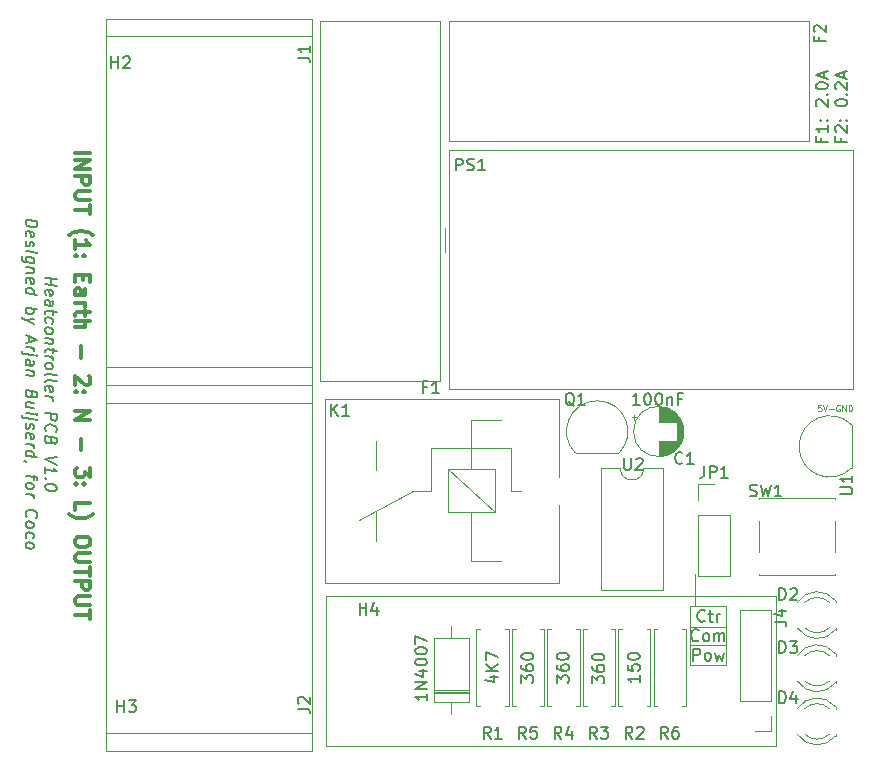
<source format=gto>
G04 #@! TF.GenerationSoftware,KiCad,Pcbnew,(5.1.5)-3*
G04 #@! TF.CreationDate,2020-11-02T17:07:13+01:00*
G04 #@! TF.ProjectId,Heat Controller,48656174-2043-46f6-9e74-726f6c6c6572,rev?*
G04 #@! TF.SameCoordinates,Original*
G04 #@! TF.FileFunction,Legend,Top*
G04 #@! TF.FilePolarity,Positive*
%FSLAX46Y46*%
G04 Gerber Fmt 4.6, Leading zero omitted, Abs format (unit mm)*
G04 Created by KiCad (PCBNEW (5.1.5)-3) date 2020-11-02 17:07:13*
%MOMM*%
%LPD*%
G04 APERTURE LIST*
%ADD10C,0.125000*%
%ADD11C,0.150000*%
%ADD12C,0.300000*%
%ADD13C,0.120000*%
G04 APERTURE END LIST*
D10*
X177083333Y-105726190D02*
X176845238Y-105726190D01*
X176821428Y-105964285D01*
X176845238Y-105940476D01*
X176892857Y-105916666D01*
X177011904Y-105916666D01*
X177059523Y-105940476D01*
X177083333Y-105964285D01*
X177107142Y-106011904D01*
X177107142Y-106130952D01*
X177083333Y-106178571D01*
X177059523Y-106202380D01*
X177011904Y-106226190D01*
X176892857Y-106226190D01*
X176845238Y-106202380D01*
X176821428Y-106178571D01*
X177250000Y-105726190D02*
X177416666Y-106226190D01*
X177583333Y-105726190D01*
X177750000Y-106035714D02*
X178130952Y-106035714D01*
X178630952Y-105750000D02*
X178583333Y-105726190D01*
X178511904Y-105726190D01*
X178440476Y-105750000D01*
X178392857Y-105797619D01*
X178369047Y-105845238D01*
X178345238Y-105940476D01*
X178345238Y-106011904D01*
X178369047Y-106107142D01*
X178392857Y-106154761D01*
X178440476Y-106202380D01*
X178511904Y-106226190D01*
X178559523Y-106226190D01*
X178630952Y-106202380D01*
X178654761Y-106178571D01*
X178654761Y-106011904D01*
X178559523Y-106011904D01*
X178869047Y-106226190D02*
X178869047Y-105726190D01*
X179154761Y-106226190D01*
X179154761Y-105726190D01*
X179392857Y-106226190D02*
X179392857Y-105726190D01*
X179511904Y-105726190D01*
X179583333Y-105750000D01*
X179630952Y-105797619D01*
X179654761Y-105845238D01*
X179678571Y-105940476D01*
X179678571Y-106011904D01*
X179654761Y-106107142D01*
X179630952Y-106154761D01*
X179583333Y-106202380D01*
X179511904Y-106226190D01*
X179392857Y-106226190D01*
D11*
X111372619Y-94923824D02*
X112372619Y-95048824D01*
X111896428Y-94989300D02*
X111896428Y-95560729D01*
X111372619Y-95495252D02*
X112372619Y-95620252D01*
X111420238Y-96358348D02*
X111372619Y-96257157D01*
X111372619Y-96066681D01*
X111420238Y-95977395D01*
X111515476Y-95941681D01*
X111896428Y-95989300D01*
X111991666Y-96048824D01*
X112039285Y-96150014D01*
X112039285Y-96340491D01*
X111991666Y-96429776D01*
X111896428Y-96465491D01*
X111801190Y-96453586D01*
X111705952Y-95965491D01*
X111372619Y-97257157D02*
X111896428Y-97322633D01*
X111991666Y-97286919D01*
X112039285Y-97197633D01*
X112039285Y-97007157D01*
X111991666Y-96905967D01*
X111420238Y-97263110D02*
X111372619Y-97161919D01*
X111372619Y-96923824D01*
X111420238Y-96834538D01*
X111515476Y-96798824D01*
X111610714Y-96810729D01*
X111705952Y-96870252D01*
X111753571Y-96971443D01*
X111753571Y-97209538D01*
X111801190Y-97310729D01*
X112039285Y-97673824D02*
X112039285Y-98054776D01*
X112372619Y-97858348D02*
X111515476Y-97751205D01*
X111420238Y-97786919D01*
X111372619Y-97876205D01*
X111372619Y-97971443D01*
X111420238Y-98739300D02*
X111372619Y-98638110D01*
X111372619Y-98447633D01*
X111420238Y-98358348D01*
X111467857Y-98316681D01*
X111563095Y-98280967D01*
X111848809Y-98316681D01*
X111944047Y-98376205D01*
X111991666Y-98429776D01*
X112039285Y-98530967D01*
X112039285Y-98721443D01*
X111991666Y-98810729D01*
X111372619Y-99304776D02*
X111420238Y-99215491D01*
X111467857Y-99173824D01*
X111563095Y-99138110D01*
X111848809Y-99173824D01*
X111944047Y-99233348D01*
X111991666Y-99286919D01*
X112039285Y-99388110D01*
X112039285Y-99530967D01*
X111991666Y-99620252D01*
X111944047Y-99661919D01*
X111848809Y-99697633D01*
X111563095Y-99661919D01*
X111467857Y-99602395D01*
X111420238Y-99548824D01*
X111372619Y-99447633D01*
X111372619Y-99304776D01*
X112039285Y-100150014D02*
X111372619Y-100066681D01*
X111944047Y-100138110D02*
X111991666Y-100191681D01*
X112039285Y-100292872D01*
X112039285Y-100435729D01*
X111991666Y-100525014D01*
X111896428Y-100560729D01*
X111372619Y-100495252D01*
X112039285Y-100911919D02*
X112039285Y-101292872D01*
X112372619Y-101096443D02*
X111515476Y-100989300D01*
X111420238Y-101025014D01*
X111372619Y-101114300D01*
X111372619Y-101209538D01*
X111372619Y-101542872D02*
X112039285Y-101626205D01*
X111848809Y-101602395D02*
X111944047Y-101661919D01*
X111991666Y-101715491D01*
X112039285Y-101816681D01*
X112039285Y-101911919D01*
X111372619Y-102304776D02*
X111420238Y-102215491D01*
X111467857Y-102173824D01*
X111563095Y-102138110D01*
X111848809Y-102173824D01*
X111944047Y-102233348D01*
X111991666Y-102286919D01*
X112039285Y-102388110D01*
X112039285Y-102530967D01*
X111991666Y-102620252D01*
X111944047Y-102661919D01*
X111848809Y-102697633D01*
X111563095Y-102661919D01*
X111467857Y-102602395D01*
X111420238Y-102548824D01*
X111372619Y-102447633D01*
X111372619Y-102304776D01*
X111372619Y-103209538D02*
X111420238Y-103120252D01*
X111515476Y-103084538D01*
X112372619Y-103191681D01*
X111372619Y-103733348D02*
X111420238Y-103644062D01*
X111515476Y-103608348D01*
X112372619Y-103715491D01*
X111420238Y-104501205D02*
X111372619Y-104400014D01*
X111372619Y-104209538D01*
X111420238Y-104120252D01*
X111515476Y-104084538D01*
X111896428Y-104132157D01*
X111991666Y-104191681D01*
X112039285Y-104292872D01*
X112039285Y-104483348D01*
X111991666Y-104572633D01*
X111896428Y-104608348D01*
X111801190Y-104596443D01*
X111705952Y-104108348D01*
X111372619Y-104971443D02*
X112039285Y-105054776D01*
X111848809Y-105030967D02*
X111944047Y-105090491D01*
X111991666Y-105144062D01*
X112039285Y-105245252D01*
X112039285Y-105340491D01*
X111372619Y-106352395D02*
X112372619Y-106477395D01*
X112372619Y-106858348D01*
X112325000Y-106947633D01*
X112277380Y-106989300D01*
X112182142Y-107025014D01*
X112039285Y-107007157D01*
X111944047Y-106947633D01*
X111896428Y-106894062D01*
X111848809Y-106792872D01*
X111848809Y-106411919D01*
X111467857Y-107935729D02*
X111420238Y-107882157D01*
X111372619Y-107733348D01*
X111372619Y-107638110D01*
X111420238Y-107501205D01*
X111515476Y-107417872D01*
X111610714Y-107382157D01*
X111801190Y-107358348D01*
X111944047Y-107376205D01*
X112134523Y-107447633D01*
X112229761Y-107507157D01*
X112325000Y-107614300D01*
X112372619Y-107763110D01*
X112372619Y-107858348D01*
X112325000Y-107995252D01*
X112277380Y-108036919D01*
X111896428Y-108751205D02*
X111848809Y-108888110D01*
X111801190Y-108929776D01*
X111705952Y-108965491D01*
X111563095Y-108947633D01*
X111467857Y-108888110D01*
X111420238Y-108834538D01*
X111372619Y-108733348D01*
X111372619Y-108352395D01*
X112372619Y-108477395D01*
X112372619Y-108810729D01*
X112325000Y-108900014D01*
X112277380Y-108941681D01*
X112182142Y-108977395D01*
X112086904Y-108965491D01*
X111991666Y-108905967D01*
X111944047Y-108852395D01*
X111896428Y-108751205D01*
X111896428Y-108417872D01*
X112372619Y-110096443D02*
X111372619Y-110304776D01*
X112372619Y-110763110D01*
X111372619Y-111495252D02*
X111372619Y-110923824D01*
X111372619Y-111209538D02*
X112372619Y-111334538D01*
X112229761Y-111221443D01*
X112134523Y-111114300D01*
X112086904Y-111013110D01*
X111467857Y-111935729D02*
X111420238Y-111977395D01*
X111372619Y-111923824D01*
X111420238Y-111882157D01*
X111467857Y-111935729D01*
X111372619Y-111923824D01*
X112372619Y-112715491D02*
X112372619Y-112810729D01*
X112325000Y-112900014D01*
X112277380Y-112941681D01*
X112182142Y-112977395D01*
X111991666Y-113001205D01*
X111753571Y-112971443D01*
X111563095Y-112900014D01*
X111467857Y-112840491D01*
X111420238Y-112786919D01*
X111372619Y-112685729D01*
X111372619Y-112590491D01*
X111420238Y-112501205D01*
X111467857Y-112459538D01*
X111563095Y-112423824D01*
X111753571Y-112400014D01*
X111991666Y-112429776D01*
X112182142Y-112501205D01*
X112277380Y-112560729D01*
X112325000Y-112614300D01*
X112372619Y-112715491D01*
X109722619Y-90019062D02*
X110722619Y-90144062D01*
X110722619Y-90382157D01*
X110675000Y-90519062D01*
X110579761Y-90602395D01*
X110484523Y-90638110D01*
X110294047Y-90661919D01*
X110151190Y-90644062D01*
X109960714Y-90572633D01*
X109865476Y-90513110D01*
X109770238Y-90405967D01*
X109722619Y-90257157D01*
X109722619Y-90019062D01*
X109770238Y-91405967D02*
X109722619Y-91304776D01*
X109722619Y-91114300D01*
X109770238Y-91025014D01*
X109865476Y-90989300D01*
X110246428Y-91036919D01*
X110341666Y-91096443D01*
X110389285Y-91197633D01*
X110389285Y-91388110D01*
X110341666Y-91477395D01*
X110246428Y-91513110D01*
X110151190Y-91501205D01*
X110055952Y-91013110D01*
X109770238Y-91834538D02*
X109722619Y-91923824D01*
X109722619Y-92114300D01*
X109770238Y-92215491D01*
X109865476Y-92275014D01*
X109913095Y-92280967D01*
X110008333Y-92245252D01*
X110055952Y-92155967D01*
X110055952Y-92013110D01*
X110103571Y-91923824D01*
X110198809Y-91888110D01*
X110246428Y-91894062D01*
X110341666Y-91953586D01*
X110389285Y-92054776D01*
X110389285Y-92197633D01*
X110341666Y-92286919D01*
X109722619Y-92685729D02*
X110389285Y-92769062D01*
X110722619Y-92810729D02*
X110675000Y-92757157D01*
X110627380Y-92798824D01*
X110675000Y-92852395D01*
X110722619Y-92810729D01*
X110627380Y-92798824D01*
X110389285Y-93673824D02*
X109579761Y-93572633D01*
X109484523Y-93513110D01*
X109436904Y-93459538D01*
X109389285Y-93358348D01*
X109389285Y-93215491D01*
X109436904Y-93126205D01*
X109770238Y-93596443D02*
X109722619Y-93495252D01*
X109722619Y-93304776D01*
X109770238Y-93215491D01*
X109817857Y-93173824D01*
X109913095Y-93138110D01*
X110198809Y-93173824D01*
X110294047Y-93233348D01*
X110341666Y-93286919D01*
X110389285Y-93388110D01*
X110389285Y-93578586D01*
X110341666Y-93667872D01*
X110389285Y-94150014D02*
X109722619Y-94066681D01*
X110294047Y-94138110D02*
X110341666Y-94191681D01*
X110389285Y-94292872D01*
X110389285Y-94435729D01*
X110341666Y-94525014D01*
X110246428Y-94560729D01*
X109722619Y-94495252D01*
X109770238Y-95358348D02*
X109722619Y-95257157D01*
X109722619Y-95066681D01*
X109770238Y-94977395D01*
X109865476Y-94941681D01*
X110246428Y-94989300D01*
X110341666Y-95048824D01*
X110389285Y-95150014D01*
X110389285Y-95340491D01*
X110341666Y-95429776D01*
X110246428Y-95465491D01*
X110151190Y-95453586D01*
X110055952Y-94965491D01*
X109722619Y-96257157D02*
X110722619Y-96382157D01*
X109770238Y-96263110D02*
X109722619Y-96161919D01*
X109722619Y-95971443D01*
X109770238Y-95882157D01*
X109817857Y-95840491D01*
X109913095Y-95804776D01*
X110198809Y-95840491D01*
X110294047Y-95900014D01*
X110341666Y-95953586D01*
X110389285Y-96054776D01*
X110389285Y-96245252D01*
X110341666Y-96334538D01*
X109722619Y-97495252D02*
X110722619Y-97620252D01*
X110341666Y-97572633D02*
X110389285Y-97673824D01*
X110389285Y-97864300D01*
X110341666Y-97953586D01*
X110294047Y-97995252D01*
X110198809Y-98030967D01*
X109913095Y-97995252D01*
X109817857Y-97935729D01*
X109770238Y-97882157D01*
X109722619Y-97780967D01*
X109722619Y-97590491D01*
X109770238Y-97501205D01*
X110389285Y-98388110D02*
X109722619Y-98542872D01*
X110389285Y-98864300D02*
X109722619Y-98542872D01*
X109484523Y-98417872D01*
X109436904Y-98364300D01*
X109389285Y-98263110D01*
X110008333Y-99911919D02*
X110008333Y-100388110D01*
X109722619Y-99780967D02*
X110722619Y-100239300D01*
X109722619Y-100447633D01*
X109722619Y-100780967D02*
X110389285Y-100864300D01*
X110198809Y-100840491D02*
X110294047Y-100900014D01*
X110341666Y-100953586D01*
X110389285Y-101054776D01*
X110389285Y-101150014D01*
X110389285Y-101483348D02*
X109532142Y-101376205D01*
X109436904Y-101316681D01*
X109389285Y-101215491D01*
X109389285Y-101167872D01*
X110722619Y-101525014D02*
X110675000Y-101471443D01*
X110627380Y-101513110D01*
X110675000Y-101566681D01*
X110722619Y-101525014D01*
X110627380Y-101513110D01*
X109722619Y-102304776D02*
X110246428Y-102370252D01*
X110341666Y-102334538D01*
X110389285Y-102245252D01*
X110389285Y-102054776D01*
X110341666Y-101953586D01*
X109770238Y-102310729D02*
X109722619Y-102209538D01*
X109722619Y-101971443D01*
X109770238Y-101882157D01*
X109865476Y-101846443D01*
X109960714Y-101858348D01*
X110055952Y-101917872D01*
X110103571Y-102019062D01*
X110103571Y-102257157D01*
X110151190Y-102358348D01*
X110389285Y-102864300D02*
X109722619Y-102780967D01*
X110294047Y-102852395D02*
X110341666Y-102905967D01*
X110389285Y-103007157D01*
X110389285Y-103150014D01*
X110341666Y-103239300D01*
X110246428Y-103275014D01*
X109722619Y-103209538D01*
X110246428Y-104846443D02*
X110198809Y-104983348D01*
X110151190Y-105025014D01*
X110055952Y-105060729D01*
X109913095Y-105042872D01*
X109817857Y-104983348D01*
X109770238Y-104929776D01*
X109722619Y-104828586D01*
X109722619Y-104447633D01*
X110722619Y-104572633D01*
X110722619Y-104905967D01*
X110675000Y-104995252D01*
X110627380Y-105036919D01*
X110532142Y-105072633D01*
X110436904Y-105060729D01*
X110341666Y-105001205D01*
X110294047Y-104947633D01*
X110246428Y-104846443D01*
X110246428Y-104513110D01*
X110389285Y-105959538D02*
X109722619Y-105876205D01*
X110389285Y-105530967D02*
X109865476Y-105465491D01*
X109770238Y-105501205D01*
X109722619Y-105590491D01*
X109722619Y-105733348D01*
X109770238Y-105834538D01*
X109817857Y-105888110D01*
X109722619Y-106352395D02*
X110389285Y-106435729D01*
X110722619Y-106477395D02*
X110675000Y-106423824D01*
X110627380Y-106465491D01*
X110675000Y-106519062D01*
X110722619Y-106477395D01*
X110627380Y-106465491D01*
X110389285Y-106911919D02*
X109532142Y-106804776D01*
X109436904Y-106745252D01*
X109389285Y-106644062D01*
X109389285Y-106596443D01*
X110722619Y-106953586D02*
X110675000Y-106900014D01*
X110627380Y-106941681D01*
X110675000Y-106995252D01*
X110722619Y-106953586D01*
X110627380Y-106941681D01*
X109770238Y-107263110D02*
X109722619Y-107352395D01*
X109722619Y-107542872D01*
X109770238Y-107644062D01*
X109865476Y-107703586D01*
X109913095Y-107709538D01*
X110008333Y-107673824D01*
X110055952Y-107584538D01*
X110055952Y-107441681D01*
X110103571Y-107352395D01*
X110198809Y-107316681D01*
X110246428Y-107322633D01*
X110341666Y-107382157D01*
X110389285Y-107483348D01*
X110389285Y-107626205D01*
X110341666Y-107715491D01*
X109770238Y-108501205D02*
X109722619Y-108400014D01*
X109722619Y-108209538D01*
X109770238Y-108120252D01*
X109865476Y-108084538D01*
X110246428Y-108132157D01*
X110341666Y-108191681D01*
X110389285Y-108292872D01*
X110389285Y-108483348D01*
X110341666Y-108572633D01*
X110246428Y-108608348D01*
X110151190Y-108596443D01*
X110055952Y-108108348D01*
X109722619Y-108971443D02*
X110389285Y-109054776D01*
X110198809Y-109030967D02*
X110294047Y-109090491D01*
X110341666Y-109144062D01*
X110389285Y-109245252D01*
X110389285Y-109340491D01*
X109722619Y-110019062D02*
X110722619Y-110144062D01*
X109770238Y-110025014D02*
X109722619Y-109923824D01*
X109722619Y-109733348D01*
X109770238Y-109644062D01*
X109817857Y-109602395D01*
X109913095Y-109566681D01*
X110198809Y-109602395D01*
X110294047Y-109661919D01*
X110341666Y-109715491D01*
X110389285Y-109816681D01*
X110389285Y-110007157D01*
X110341666Y-110096443D01*
X109770238Y-110548824D02*
X109722619Y-110542872D01*
X109627380Y-110483348D01*
X109579761Y-110429776D01*
X110389285Y-111673824D02*
X110389285Y-112054776D01*
X109722619Y-111733348D02*
X110579761Y-111840491D01*
X110675000Y-111900014D01*
X110722619Y-112001205D01*
X110722619Y-112096443D01*
X109722619Y-112447633D02*
X109770238Y-112358348D01*
X109817857Y-112316681D01*
X109913095Y-112280967D01*
X110198809Y-112316681D01*
X110294047Y-112376205D01*
X110341666Y-112429776D01*
X110389285Y-112530967D01*
X110389285Y-112673824D01*
X110341666Y-112763110D01*
X110294047Y-112804776D01*
X110198809Y-112840491D01*
X109913095Y-112804776D01*
X109817857Y-112745252D01*
X109770238Y-112691681D01*
X109722619Y-112590491D01*
X109722619Y-112447633D01*
X109722619Y-113209538D02*
X110389285Y-113292872D01*
X110198809Y-113269062D02*
X110294047Y-113328586D01*
X110341666Y-113382157D01*
X110389285Y-113483348D01*
X110389285Y-113578586D01*
X109817857Y-115173824D02*
X109770238Y-115120252D01*
X109722619Y-114971443D01*
X109722619Y-114876205D01*
X109770238Y-114739300D01*
X109865476Y-114655967D01*
X109960714Y-114620252D01*
X110151190Y-114596443D01*
X110294047Y-114614300D01*
X110484523Y-114685729D01*
X110579761Y-114745252D01*
X110675000Y-114852395D01*
X110722619Y-115001205D01*
X110722619Y-115096443D01*
X110675000Y-115233348D01*
X110627380Y-115275014D01*
X109722619Y-115733348D02*
X109770238Y-115644062D01*
X109817857Y-115602395D01*
X109913095Y-115566681D01*
X110198809Y-115602395D01*
X110294047Y-115661919D01*
X110341666Y-115715491D01*
X110389285Y-115816681D01*
X110389285Y-115959538D01*
X110341666Y-116048824D01*
X110294047Y-116090491D01*
X110198809Y-116126205D01*
X109913095Y-116090491D01*
X109817857Y-116030967D01*
X109770238Y-115977395D01*
X109722619Y-115876205D01*
X109722619Y-115733348D01*
X109770238Y-116929776D02*
X109722619Y-116828586D01*
X109722619Y-116638110D01*
X109770238Y-116548824D01*
X109817857Y-116507157D01*
X109913095Y-116471443D01*
X110198809Y-116507157D01*
X110294047Y-116566681D01*
X110341666Y-116620252D01*
X110389285Y-116721443D01*
X110389285Y-116911919D01*
X110341666Y-117001205D01*
X109722619Y-117495252D02*
X109770238Y-117405967D01*
X109817857Y-117364300D01*
X109913095Y-117328586D01*
X110198809Y-117364300D01*
X110294047Y-117423824D01*
X110341666Y-117477395D01*
X110389285Y-117578586D01*
X110389285Y-117721443D01*
X110341666Y-117810729D01*
X110294047Y-117852395D01*
X110198809Y-117888110D01*
X109913095Y-117852395D01*
X109817857Y-117792872D01*
X109770238Y-117739300D01*
X109722619Y-117638110D01*
X109722619Y-117495252D01*
D12*
X113911904Y-84345238D02*
X115211904Y-84345238D01*
X113911904Y-84964285D02*
X115211904Y-84964285D01*
X113911904Y-85707142D01*
X115211904Y-85707142D01*
X113911904Y-86326190D02*
X115211904Y-86326190D01*
X115211904Y-86821428D01*
X115150000Y-86945238D01*
X115088095Y-87007142D01*
X114964285Y-87069047D01*
X114778571Y-87069047D01*
X114654761Y-87007142D01*
X114592857Y-86945238D01*
X114530952Y-86821428D01*
X114530952Y-86326190D01*
X115211904Y-87626190D02*
X114159523Y-87626190D01*
X114035714Y-87688095D01*
X113973809Y-87750000D01*
X113911904Y-87873809D01*
X113911904Y-88121428D01*
X113973809Y-88245238D01*
X114035714Y-88307142D01*
X114159523Y-88369047D01*
X115211904Y-88369047D01*
X115211904Y-88802380D02*
X115211904Y-89545238D01*
X113911904Y-89173809D02*
X115211904Y-89173809D01*
X113416666Y-91340476D02*
X113478571Y-91278571D01*
X113664285Y-91154761D01*
X113788095Y-91092857D01*
X113973809Y-91030952D01*
X114283333Y-90969047D01*
X114530952Y-90969047D01*
X114840476Y-91030952D01*
X115026190Y-91092857D01*
X115150000Y-91154761D01*
X115335714Y-91278571D01*
X115397619Y-91340476D01*
X113911904Y-92516666D02*
X113911904Y-91773809D01*
X113911904Y-92145238D02*
X115211904Y-92145238D01*
X115026190Y-92021428D01*
X114902380Y-91897619D01*
X114840476Y-91773809D01*
X114035714Y-93073809D02*
X113973809Y-93135714D01*
X113911904Y-93073809D01*
X113973809Y-93011904D01*
X114035714Y-93073809D01*
X113911904Y-93073809D01*
X114716666Y-93073809D02*
X114654761Y-93135714D01*
X114592857Y-93073809D01*
X114654761Y-93011904D01*
X114716666Y-93073809D01*
X114592857Y-93073809D01*
X114592857Y-94683333D02*
X114592857Y-95116666D01*
X113911904Y-95302380D02*
X113911904Y-94683333D01*
X115211904Y-94683333D01*
X115211904Y-95302380D01*
X113911904Y-96416666D02*
X114592857Y-96416666D01*
X114716666Y-96354761D01*
X114778571Y-96230952D01*
X114778571Y-95983333D01*
X114716666Y-95859523D01*
X113973809Y-96416666D02*
X113911904Y-96292857D01*
X113911904Y-95983333D01*
X113973809Y-95859523D01*
X114097619Y-95797619D01*
X114221428Y-95797619D01*
X114345238Y-95859523D01*
X114407142Y-95983333D01*
X114407142Y-96292857D01*
X114469047Y-96416666D01*
X113911904Y-97035714D02*
X114778571Y-97035714D01*
X114530952Y-97035714D02*
X114654761Y-97097619D01*
X114716666Y-97159523D01*
X114778571Y-97283333D01*
X114778571Y-97407142D01*
X114778571Y-97654761D02*
X114778571Y-98150000D01*
X115211904Y-97840476D02*
X114097619Y-97840476D01*
X113973809Y-97902380D01*
X113911904Y-98026190D01*
X113911904Y-98150000D01*
X113911904Y-98583333D02*
X115211904Y-98583333D01*
X113911904Y-99140476D02*
X114592857Y-99140476D01*
X114716666Y-99078571D01*
X114778571Y-98954761D01*
X114778571Y-98769047D01*
X114716666Y-98645238D01*
X114654761Y-98583333D01*
X114407142Y-100750000D02*
X114407142Y-101740476D01*
X115088095Y-103288095D02*
X115150000Y-103350000D01*
X115211904Y-103473809D01*
X115211904Y-103783333D01*
X115150000Y-103907142D01*
X115088095Y-103969047D01*
X114964285Y-104030952D01*
X114840476Y-104030952D01*
X114654761Y-103969047D01*
X113911904Y-103226190D01*
X113911904Y-104030952D01*
X114035714Y-104588095D02*
X113973809Y-104650000D01*
X113911904Y-104588095D01*
X113973809Y-104526190D01*
X114035714Y-104588095D01*
X113911904Y-104588095D01*
X114716666Y-104588095D02*
X114654761Y-104650000D01*
X114592857Y-104588095D01*
X114654761Y-104526190D01*
X114716666Y-104588095D01*
X114592857Y-104588095D01*
X113911904Y-106197619D02*
X115211904Y-106197619D01*
X113911904Y-106940476D01*
X115211904Y-106940476D01*
X114407142Y-108550000D02*
X114407142Y-109540476D01*
X115211904Y-111026190D02*
X115211904Y-111830952D01*
X114716666Y-111397619D01*
X114716666Y-111583333D01*
X114654761Y-111707142D01*
X114592857Y-111769047D01*
X114469047Y-111830952D01*
X114159523Y-111830952D01*
X114035714Y-111769047D01*
X113973809Y-111707142D01*
X113911904Y-111583333D01*
X113911904Y-111211904D01*
X113973809Y-111088095D01*
X114035714Y-111026190D01*
X114035714Y-112388095D02*
X113973809Y-112450000D01*
X113911904Y-112388095D01*
X113973809Y-112326190D01*
X114035714Y-112388095D01*
X113911904Y-112388095D01*
X114716666Y-112388095D02*
X114654761Y-112450000D01*
X114592857Y-112388095D01*
X114654761Y-112326190D01*
X114716666Y-112388095D01*
X114592857Y-112388095D01*
X113911904Y-114616666D02*
X113911904Y-113997619D01*
X115211904Y-113997619D01*
X113416666Y-114926190D02*
X113478571Y-114988095D01*
X113664285Y-115111904D01*
X113788095Y-115173809D01*
X113973809Y-115235714D01*
X114283333Y-115297619D01*
X114530952Y-115297619D01*
X114840476Y-115235714D01*
X115026190Y-115173809D01*
X115150000Y-115111904D01*
X115335714Y-114988095D01*
X115397619Y-114926190D01*
X115211904Y-117154761D02*
X115211904Y-117402380D01*
X115150000Y-117526190D01*
X115026190Y-117650000D01*
X114778571Y-117711904D01*
X114345238Y-117711904D01*
X114097619Y-117650000D01*
X113973809Y-117526190D01*
X113911904Y-117402380D01*
X113911904Y-117154761D01*
X113973809Y-117030952D01*
X114097619Y-116907142D01*
X114345238Y-116845238D01*
X114778571Y-116845238D01*
X115026190Y-116907142D01*
X115150000Y-117030952D01*
X115211904Y-117154761D01*
X115211904Y-118269047D02*
X114159523Y-118269047D01*
X114035714Y-118330952D01*
X113973809Y-118392857D01*
X113911904Y-118516666D01*
X113911904Y-118764285D01*
X113973809Y-118888095D01*
X114035714Y-118950000D01*
X114159523Y-119011904D01*
X115211904Y-119011904D01*
X115211904Y-119445238D02*
X115211904Y-120188095D01*
X113911904Y-119816666D02*
X115211904Y-119816666D01*
X113911904Y-120621428D02*
X115211904Y-120621428D01*
X115211904Y-121116666D01*
X115150000Y-121240476D01*
X115088095Y-121302380D01*
X114964285Y-121364285D01*
X114778571Y-121364285D01*
X114654761Y-121302380D01*
X114592857Y-121240476D01*
X114530952Y-121116666D01*
X114530952Y-120621428D01*
X115211904Y-121921428D02*
X114159523Y-121921428D01*
X114035714Y-121983333D01*
X113973809Y-122045238D01*
X113911904Y-122169047D01*
X113911904Y-122416666D01*
X113973809Y-122540476D01*
X114035714Y-122602380D01*
X114159523Y-122664285D01*
X115211904Y-122664285D01*
X115211904Y-123097619D02*
X115211904Y-123840476D01*
X113911904Y-123469047D02*
X115211904Y-123469047D01*
D11*
X177103571Y-83071428D02*
X177103571Y-83404761D01*
X177627380Y-83404761D02*
X176627380Y-83404761D01*
X176627380Y-82928571D01*
X177627380Y-82023809D02*
X177627380Y-82595238D01*
X177627380Y-82309523D02*
X176627380Y-82309523D01*
X176770238Y-82404761D01*
X176865476Y-82500000D01*
X176913095Y-82595238D01*
X177532142Y-81595238D02*
X177579761Y-81547619D01*
X177627380Y-81595238D01*
X177579761Y-81642857D01*
X177532142Y-81595238D01*
X177627380Y-81595238D01*
X177008333Y-81595238D02*
X177055952Y-81547619D01*
X177103571Y-81595238D01*
X177055952Y-81642857D01*
X177008333Y-81595238D01*
X177103571Y-81595238D01*
X176722619Y-80404761D02*
X176675000Y-80357142D01*
X176627380Y-80261904D01*
X176627380Y-80023809D01*
X176675000Y-79928571D01*
X176722619Y-79880952D01*
X176817857Y-79833333D01*
X176913095Y-79833333D01*
X177055952Y-79880952D01*
X177627380Y-80452380D01*
X177627380Y-79833333D01*
X177532142Y-79404761D02*
X177579761Y-79357142D01*
X177627380Y-79404761D01*
X177579761Y-79452380D01*
X177532142Y-79404761D01*
X177627380Y-79404761D01*
X176627380Y-78738095D02*
X176627380Y-78642857D01*
X176675000Y-78547619D01*
X176722619Y-78500000D01*
X176817857Y-78452380D01*
X177008333Y-78404761D01*
X177246428Y-78404761D01*
X177436904Y-78452380D01*
X177532142Y-78500000D01*
X177579761Y-78547619D01*
X177627380Y-78642857D01*
X177627380Y-78738095D01*
X177579761Y-78833333D01*
X177532142Y-78880952D01*
X177436904Y-78928571D01*
X177246428Y-78976190D01*
X177008333Y-78976190D01*
X176817857Y-78928571D01*
X176722619Y-78880952D01*
X176675000Y-78833333D01*
X176627380Y-78738095D01*
X177341666Y-78023809D02*
X177341666Y-77547619D01*
X177627380Y-78119047D02*
X176627380Y-77785714D01*
X177627380Y-77452380D01*
X178753571Y-83071428D02*
X178753571Y-83404761D01*
X179277380Y-83404761D02*
X178277380Y-83404761D01*
X178277380Y-82928571D01*
X178372619Y-82595238D02*
X178325000Y-82547619D01*
X178277380Y-82452380D01*
X178277380Y-82214285D01*
X178325000Y-82119047D01*
X178372619Y-82071428D01*
X178467857Y-82023809D01*
X178563095Y-82023809D01*
X178705952Y-82071428D01*
X179277380Y-82642857D01*
X179277380Y-82023809D01*
X179182142Y-81595238D02*
X179229761Y-81547619D01*
X179277380Y-81595238D01*
X179229761Y-81642857D01*
X179182142Y-81595238D01*
X179277380Y-81595238D01*
X178658333Y-81595238D02*
X178705952Y-81547619D01*
X178753571Y-81595238D01*
X178705952Y-81642857D01*
X178658333Y-81595238D01*
X178753571Y-81595238D01*
X178277380Y-80166666D02*
X178277380Y-80071428D01*
X178325000Y-79976190D01*
X178372619Y-79928571D01*
X178467857Y-79880952D01*
X178658333Y-79833333D01*
X178896428Y-79833333D01*
X179086904Y-79880952D01*
X179182142Y-79928571D01*
X179229761Y-79976190D01*
X179277380Y-80071428D01*
X179277380Y-80166666D01*
X179229761Y-80261904D01*
X179182142Y-80309523D01*
X179086904Y-80357142D01*
X178896428Y-80404761D01*
X178658333Y-80404761D01*
X178467857Y-80357142D01*
X178372619Y-80309523D01*
X178325000Y-80261904D01*
X178277380Y-80166666D01*
X179182142Y-79404761D02*
X179229761Y-79357142D01*
X179277380Y-79404761D01*
X179229761Y-79452380D01*
X179182142Y-79404761D01*
X179277380Y-79404761D01*
X178372619Y-78976190D02*
X178325000Y-78928571D01*
X178277380Y-78833333D01*
X178277380Y-78595238D01*
X178325000Y-78500000D01*
X178372619Y-78452380D01*
X178467857Y-78404761D01*
X178563095Y-78404761D01*
X178705952Y-78452380D01*
X179277380Y-79023809D01*
X179277380Y-78404761D01*
X178991666Y-78023809D02*
X178991666Y-77547619D01*
X179277380Y-78119047D02*
X178277380Y-77785714D01*
X179277380Y-77452380D01*
D13*
X166420000Y-120000000D02*
X166420000Y-122750000D01*
X169000000Y-127750000D02*
X169000000Y-122750000D01*
X166000000Y-122750000D02*
X166000000Y-127750000D01*
X166000000Y-126000000D02*
X169000000Y-126000000D01*
X166000000Y-124500000D02*
X169000000Y-124500000D01*
X169000000Y-127750000D02*
X166000000Y-127750000D01*
X166000000Y-122750000D02*
X169000000Y-122750000D01*
D11*
X167214285Y-123957142D02*
X167166666Y-124004761D01*
X167023809Y-124052380D01*
X166928571Y-124052380D01*
X166785714Y-124004761D01*
X166690476Y-123909523D01*
X166642857Y-123814285D01*
X166595238Y-123623809D01*
X166595238Y-123480952D01*
X166642857Y-123290476D01*
X166690476Y-123195238D01*
X166785714Y-123100000D01*
X166928571Y-123052380D01*
X167023809Y-123052380D01*
X167166666Y-123100000D01*
X167214285Y-123147619D01*
X167500000Y-123385714D02*
X167880952Y-123385714D01*
X167642857Y-123052380D02*
X167642857Y-123909523D01*
X167690476Y-124004761D01*
X167785714Y-124052380D01*
X167880952Y-124052380D01*
X168214285Y-124052380D02*
X168214285Y-123385714D01*
X168214285Y-123576190D02*
X168261904Y-123480952D01*
X168309523Y-123433333D01*
X168404761Y-123385714D01*
X168500000Y-123385714D01*
X166690476Y-125607142D02*
X166642857Y-125654761D01*
X166500000Y-125702380D01*
X166404761Y-125702380D01*
X166261904Y-125654761D01*
X166166666Y-125559523D01*
X166119047Y-125464285D01*
X166071428Y-125273809D01*
X166071428Y-125130952D01*
X166119047Y-124940476D01*
X166166666Y-124845238D01*
X166261904Y-124750000D01*
X166404761Y-124702380D01*
X166500000Y-124702380D01*
X166642857Y-124750000D01*
X166690476Y-124797619D01*
X167261904Y-125702380D02*
X167166666Y-125654761D01*
X167119047Y-125607142D01*
X167071428Y-125511904D01*
X167071428Y-125226190D01*
X167119047Y-125130952D01*
X167166666Y-125083333D01*
X167261904Y-125035714D01*
X167404761Y-125035714D01*
X167500000Y-125083333D01*
X167547619Y-125130952D01*
X167595238Y-125226190D01*
X167595238Y-125511904D01*
X167547619Y-125607142D01*
X167500000Y-125654761D01*
X167404761Y-125702380D01*
X167261904Y-125702380D01*
X168023809Y-125702380D02*
X168023809Y-125035714D01*
X168023809Y-125130952D02*
X168071428Y-125083333D01*
X168166666Y-125035714D01*
X168309523Y-125035714D01*
X168404761Y-125083333D01*
X168452380Y-125178571D01*
X168452380Y-125702380D01*
X168452380Y-125178571D02*
X168500000Y-125083333D01*
X168595238Y-125035714D01*
X168738095Y-125035714D01*
X168833333Y-125083333D01*
X168880952Y-125178571D01*
X168880952Y-125702380D01*
X166261904Y-127352380D02*
X166261904Y-126352380D01*
X166642857Y-126352380D01*
X166738095Y-126400000D01*
X166785714Y-126447619D01*
X166833333Y-126542857D01*
X166833333Y-126685714D01*
X166785714Y-126780952D01*
X166738095Y-126828571D01*
X166642857Y-126876190D01*
X166261904Y-126876190D01*
X167404761Y-127352380D02*
X167309523Y-127304761D01*
X167261904Y-127257142D01*
X167214285Y-127161904D01*
X167214285Y-126876190D01*
X167261904Y-126780952D01*
X167309523Y-126733333D01*
X167404761Y-126685714D01*
X167547619Y-126685714D01*
X167642857Y-126733333D01*
X167690476Y-126780952D01*
X167738095Y-126876190D01*
X167738095Y-127161904D01*
X167690476Y-127257142D01*
X167642857Y-127304761D01*
X167547619Y-127352380D01*
X167404761Y-127352380D01*
X168071428Y-126685714D02*
X168261904Y-127352380D01*
X168452380Y-126876190D01*
X168642857Y-127352380D01*
X168833333Y-126685714D01*
D13*
X135120000Y-134620000D02*
X173220000Y-134620000D01*
X135120000Y-134620000D02*
X135120000Y-121920000D01*
X173220000Y-121920000D02*
X173220000Y-134620000D01*
X135120000Y-121920000D02*
X173220000Y-121920000D01*
X166670000Y-112420000D02*
X168000000Y-112420000D01*
X166670000Y-113750000D02*
X166670000Y-112420000D01*
X166670000Y-115020000D02*
X169330000Y-115020000D01*
X169330000Y-115020000D02*
X169330000Y-120160000D01*
X166670000Y-115020000D02*
X166670000Y-120160000D01*
X166670000Y-120160000D02*
X169330000Y-120160000D01*
X116500000Y-104000000D02*
X116500000Y-105500000D01*
X134000000Y-104000000D02*
X116500000Y-104000000D01*
X134000000Y-105500000D02*
X134000000Y-104000000D01*
X116500000Y-135000000D02*
X116500000Y-133500000D01*
X134000000Y-135000000D02*
X116500000Y-135000000D01*
X134000000Y-133500000D02*
X134000000Y-135000000D01*
X116500000Y-105500000D02*
X134000000Y-105500000D01*
X134000000Y-133500000D02*
X116500000Y-133500000D01*
X134000000Y-105500000D02*
X134000000Y-132500000D01*
X116500000Y-132500000D02*
X116500000Y-105500000D01*
X134000000Y-132500000D02*
X134000000Y-133500000D01*
X116500000Y-133500000D02*
X116500000Y-132500000D01*
X116500000Y-73000000D02*
X116500000Y-74500000D01*
X134000000Y-73000000D02*
X116500000Y-73000000D01*
X134000000Y-74500000D02*
X134000000Y-73000000D01*
X116500000Y-104000000D02*
X116500000Y-102500000D01*
X134000000Y-104000000D02*
X116500000Y-104000000D01*
X134000000Y-102500000D02*
X134000000Y-104000000D01*
X116500000Y-74500000D02*
X134000000Y-74500000D01*
X134000000Y-102500000D02*
X116500000Y-102500000D01*
X134000000Y-74500000D02*
X134000000Y-101500000D01*
X116500000Y-101500000D02*
X116500000Y-74500000D01*
X134000000Y-101500000D02*
X134000000Y-102500000D01*
X116500000Y-102500000D02*
X116500000Y-101500000D01*
X178230000Y-113610000D02*
X171770000Y-113610000D01*
X178230000Y-118140000D02*
X178230000Y-115540000D01*
X178230000Y-120070000D02*
X171770000Y-120070000D01*
X171770000Y-118140000D02*
X171770000Y-115540000D01*
X178230000Y-120040000D02*
X178230000Y-120070000D01*
X178230000Y-113610000D02*
X178230000Y-113640000D01*
X171770000Y-113610000D02*
X171770000Y-113640000D01*
X171770000Y-120070000D02*
X171770000Y-120040000D01*
X145210000Y-90750000D02*
X145210000Y-92760000D01*
X179800000Y-84150000D02*
X145600000Y-84150000D01*
X179800000Y-104350000D02*
X179800000Y-84150000D01*
X145600000Y-104350000D02*
X179800000Y-104350000D01*
X145600000Y-84150000D02*
X145600000Y-104350000D01*
X161240199Y-106555000D02*
X161240199Y-106955000D01*
X161040199Y-106755000D02*
X161440199Y-106755000D01*
X165391000Y-107580000D02*
X165391000Y-108320000D01*
X165351000Y-107413000D02*
X165351000Y-108487000D01*
X165311000Y-107286000D02*
X165311000Y-108614000D01*
X165271000Y-107182000D02*
X165271000Y-108718000D01*
X165231000Y-107091000D02*
X165231000Y-108809000D01*
X165191000Y-107010000D02*
X165191000Y-108890000D01*
X165151000Y-106937000D02*
X165151000Y-108963000D01*
X165111000Y-106870000D02*
X165111000Y-109030000D01*
X165071000Y-106808000D02*
X165071000Y-109092000D01*
X165031000Y-106750000D02*
X165031000Y-109150000D01*
X164991000Y-106696000D02*
X164991000Y-109204000D01*
X164951000Y-106646000D02*
X164951000Y-109254000D01*
X164911000Y-106599000D02*
X164911000Y-109301000D01*
X164871000Y-108790000D02*
X164871000Y-109346000D01*
X164871000Y-106554000D02*
X164871000Y-107110000D01*
X164831000Y-108790000D02*
X164831000Y-109388000D01*
X164831000Y-106512000D02*
X164831000Y-107110000D01*
X164791000Y-108790000D02*
X164791000Y-109428000D01*
X164791000Y-106472000D02*
X164791000Y-107110000D01*
X164751000Y-108790000D02*
X164751000Y-109466000D01*
X164751000Y-106434000D02*
X164751000Y-107110000D01*
X164711000Y-108790000D02*
X164711000Y-109502000D01*
X164711000Y-106398000D02*
X164711000Y-107110000D01*
X164671000Y-108790000D02*
X164671000Y-109537000D01*
X164671000Y-106363000D02*
X164671000Y-107110000D01*
X164631000Y-108790000D02*
X164631000Y-109569000D01*
X164631000Y-106331000D02*
X164631000Y-107110000D01*
X164591000Y-108790000D02*
X164591000Y-109600000D01*
X164591000Y-106300000D02*
X164591000Y-107110000D01*
X164551000Y-108790000D02*
X164551000Y-109630000D01*
X164551000Y-106270000D02*
X164551000Y-107110000D01*
X164511000Y-108790000D02*
X164511000Y-109658000D01*
X164511000Y-106242000D02*
X164511000Y-107110000D01*
X164471000Y-108790000D02*
X164471000Y-109685000D01*
X164471000Y-106215000D02*
X164471000Y-107110000D01*
X164431000Y-108790000D02*
X164431000Y-109710000D01*
X164431000Y-106190000D02*
X164431000Y-107110000D01*
X164391000Y-108790000D02*
X164391000Y-109735000D01*
X164391000Y-106165000D02*
X164391000Y-107110000D01*
X164351000Y-108790000D02*
X164351000Y-109758000D01*
X164351000Y-106142000D02*
X164351000Y-107110000D01*
X164311000Y-108790000D02*
X164311000Y-109780000D01*
X164311000Y-106120000D02*
X164311000Y-107110000D01*
X164271000Y-108790000D02*
X164271000Y-109801000D01*
X164271000Y-106099000D02*
X164271000Y-107110000D01*
X164231000Y-108790000D02*
X164231000Y-109820000D01*
X164231000Y-106080000D02*
X164231000Y-107110000D01*
X164191000Y-108790000D02*
X164191000Y-109839000D01*
X164191000Y-106061000D02*
X164191000Y-107110000D01*
X164151000Y-108790000D02*
X164151000Y-109857000D01*
X164151000Y-106043000D02*
X164151000Y-107110000D01*
X164111000Y-108790000D02*
X164111000Y-109874000D01*
X164111000Y-106026000D02*
X164111000Y-107110000D01*
X164071000Y-108790000D02*
X164071000Y-109890000D01*
X164071000Y-106010000D02*
X164071000Y-107110000D01*
X164031000Y-108790000D02*
X164031000Y-109904000D01*
X164031000Y-105996000D02*
X164031000Y-107110000D01*
X163990000Y-108790000D02*
X163990000Y-109918000D01*
X163990000Y-105982000D02*
X163990000Y-107110000D01*
X163950000Y-108790000D02*
X163950000Y-109932000D01*
X163950000Y-105968000D02*
X163950000Y-107110000D01*
X163910000Y-108790000D02*
X163910000Y-109944000D01*
X163910000Y-105956000D02*
X163910000Y-107110000D01*
X163870000Y-108790000D02*
X163870000Y-109955000D01*
X163870000Y-105945000D02*
X163870000Y-107110000D01*
X163830000Y-108790000D02*
X163830000Y-109966000D01*
X163830000Y-105934000D02*
X163830000Y-107110000D01*
X163790000Y-108790000D02*
X163790000Y-109975000D01*
X163790000Y-105925000D02*
X163790000Y-107110000D01*
X163750000Y-108790000D02*
X163750000Y-109984000D01*
X163750000Y-105916000D02*
X163750000Y-107110000D01*
X163710000Y-108790000D02*
X163710000Y-109992000D01*
X163710000Y-105908000D02*
X163710000Y-107110000D01*
X163670000Y-108790000D02*
X163670000Y-110000000D01*
X163670000Y-105900000D02*
X163670000Y-107110000D01*
X163630000Y-108790000D02*
X163630000Y-110006000D01*
X163630000Y-105894000D02*
X163630000Y-107110000D01*
X163590000Y-108790000D02*
X163590000Y-110012000D01*
X163590000Y-105888000D02*
X163590000Y-107110000D01*
X163550000Y-108790000D02*
X163550000Y-110017000D01*
X163550000Y-105883000D02*
X163550000Y-107110000D01*
X163510000Y-108790000D02*
X163510000Y-110021000D01*
X163510000Y-105879000D02*
X163510000Y-107110000D01*
X163470000Y-108790000D02*
X163470000Y-110024000D01*
X163470000Y-105876000D02*
X163470000Y-107110000D01*
X163430000Y-108790000D02*
X163430000Y-110027000D01*
X163430000Y-105873000D02*
X163430000Y-107110000D01*
X163390000Y-105871000D02*
X163390000Y-107110000D01*
X163390000Y-108790000D02*
X163390000Y-110029000D01*
X163350000Y-105870000D02*
X163350000Y-107110000D01*
X163350000Y-108790000D02*
X163350000Y-110030000D01*
X163310000Y-105870000D02*
X163310000Y-107110000D01*
X163310000Y-108790000D02*
X163310000Y-110030000D01*
X165430000Y-107950000D02*
G75*
G03X165430000Y-107950000I-2120000J0D01*
G01*
X144280000Y-130110000D02*
X147220000Y-130110000D01*
X144280000Y-129870000D02*
X147220000Y-129870000D01*
X144280000Y-129990000D02*
X147220000Y-129990000D01*
X145750000Y-124430000D02*
X145750000Y-125450000D01*
X145750000Y-131910000D02*
X145750000Y-130890000D01*
X144280000Y-125450000D02*
X144280000Y-130890000D01*
X147220000Y-125450000D02*
X144280000Y-125450000D01*
X147220000Y-130890000D02*
X147220000Y-125450000D01*
X144280000Y-130890000D02*
X147220000Y-130890000D01*
X178290000Y-122420000D02*
X178290000Y-122264000D01*
X178290000Y-124736000D02*
X178290000Y-124580000D01*
X175688870Y-122420163D02*
G75*
G02X177770961Y-122420000I1041130J-1079837D01*
G01*
X175688870Y-124579837D02*
G75*
G03X177770961Y-124580000I1041130J1079837D01*
G01*
X175057665Y-122421392D02*
G75*
G02X178290000Y-122264484I1672335J-1078608D01*
G01*
X175057665Y-124578608D02*
G75*
G03X178290000Y-124735516I1672335J1078608D01*
G01*
X178290000Y-126920000D02*
X178290000Y-126764000D01*
X178290000Y-129236000D02*
X178290000Y-129080000D01*
X175688870Y-126920163D02*
G75*
G02X177770961Y-126920000I1041130J-1079837D01*
G01*
X175688870Y-129079837D02*
G75*
G03X177770961Y-129080000I1041130J1079837D01*
G01*
X175057665Y-126921392D02*
G75*
G02X178290000Y-126764484I1672335J-1078608D01*
G01*
X175057665Y-129078608D02*
G75*
G03X178290000Y-129235516I1672335J1078608D01*
G01*
X178290000Y-131420000D02*
X178290000Y-131264000D01*
X178290000Y-133736000D02*
X178290000Y-133580000D01*
X175688870Y-131420163D02*
G75*
G02X177770961Y-131420000I1041130J-1079837D01*
G01*
X175688870Y-133579837D02*
G75*
G03X177770961Y-133580000I1041130J1079837D01*
G01*
X175057665Y-131421392D02*
G75*
G02X178290000Y-131264484I1672335J-1078608D01*
G01*
X175057665Y-133578608D02*
G75*
G03X178290000Y-133735516I1672335J1078608D01*
G01*
X144830000Y-73190000D02*
X144830000Y-77000000D01*
X134670000Y-73190000D02*
X144830000Y-73190000D01*
X134670000Y-103670000D02*
X134670000Y-73190000D01*
X144830000Y-103670000D02*
X134670000Y-103670000D01*
X144830000Y-77000000D02*
X144830000Y-103670000D01*
X176060000Y-83330000D02*
X172250000Y-83330000D01*
X176060000Y-73170000D02*
X176060000Y-83330000D01*
X145580000Y-73170000D02*
X176060000Y-73170000D01*
X145580000Y-83330000D02*
X145580000Y-73170000D01*
X172250000Y-83330000D02*
X145580000Y-83330000D01*
X172830000Y-133330000D02*
X171500000Y-133330000D01*
X172830000Y-132000000D02*
X172830000Y-133330000D01*
X172830000Y-130730000D02*
X170170000Y-130730000D01*
X170170000Y-130730000D02*
X170170000Y-123050000D01*
X172830000Y-130730000D02*
X172830000Y-123050000D01*
X172830000Y-123050000D02*
X170170000Y-123050000D01*
X145450000Y-111150000D02*
X149450000Y-111150000D01*
X145450000Y-114750000D02*
X145450000Y-111150000D01*
X149450000Y-114750000D02*
X145450000Y-114750000D01*
X149450000Y-111150000D02*
X149450000Y-114750000D01*
X145450000Y-111150000D02*
X149450000Y-114750000D01*
X147450000Y-111150000D02*
X147450000Y-106950000D01*
X147450000Y-118950000D02*
X147450000Y-114750000D01*
X150850000Y-112950000D02*
X150850000Y-109350000D01*
X144050000Y-112950000D02*
X144050000Y-109350000D01*
X144050000Y-109350000D02*
X150850000Y-109350000D01*
X142550000Y-112950000D02*
X137950000Y-115450000D01*
X144050000Y-112950000D02*
X142550000Y-112950000D01*
X147450000Y-118950000D02*
X149950000Y-118950000D01*
X150850000Y-112950000D02*
X151650000Y-112950000D01*
X149950000Y-106950000D02*
X147450000Y-106950000D01*
X139350000Y-117200000D02*
X139350000Y-114700000D01*
X139350000Y-108800000D02*
X139350000Y-111250000D01*
X135100000Y-105200000D02*
X154900000Y-105200000D01*
X135100000Y-120800000D02*
X135100000Y-105200000D01*
X154900000Y-120800000D02*
X135100000Y-120800000D01*
X154900000Y-120800000D02*
X154900000Y-114200000D01*
X154900000Y-111800000D02*
X154900000Y-105200000D01*
X159953478Y-109788478D02*
G75*
G03X158115000Y-105350000I-1838478J1838478D01*
G01*
X156276522Y-109788478D02*
G75*
G02X158115000Y-105350000I1838478J1838478D01*
G01*
X156315000Y-109800000D02*
X159915000Y-109800000D01*
X179638478Y-107381522D02*
G75*
G03X175200000Y-109220000I-1838478J-1838478D01*
G01*
X179638478Y-111058478D02*
G75*
G02X175200000Y-109220000I-1838478J1838478D01*
G01*
X179650000Y-111020000D02*
X179650000Y-107420000D01*
X163710000Y-111065000D02*
X162060000Y-111065000D01*
X163710000Y-121345000D02*
X163710000Y-111065000D01*
X158410000Y-121345000D02*
X163710000Y-121345000D01*
X158410000Y-111065000D02*
X158410000Y-121345000D01*
X160060000Y-111065000D02*
X158410000Y-111065000D01*
X162060000Y-111065000D02*
G75*
G02X160060000Y-111065000I-1000000J0D01*
G01*
X150620000Y-124670000D02*
X150290000Y-124670000D01*
X150620000Y-131210000D02*
X150620000Y-124670000D01*
X150290000Y-131210000D02*
X150620000Y-131210000D01*
X147880000Y-124670000D02*
X148210000Y-124670000D01*
X147880000Y-131210000D02*
X147880000Y-124670000D01*
X148210000Y-131210000D02*
X147880000Y-131210000D01*
X159880000Y-131210000D02*
X160210000Y-131210000D01*
X159880000Y-124670000D02*
X159880000Y-131210000D01*
X160210000Y-124670000D02*
X159880000Y-124670000D01*
X162620000Y-131210000D02*
X162290000Y-131210000D01*
X162620000Y-124670000D02*
X162620000Y-131210000D01*
X162290000Y-124670000D02*
X162620000Y-124670000D01*
X159620000Y-124670000D02*
X159290000Y-124670000D01*
X159620000Y-131210000D02*
X159620000Y-124670000D01*
X159290000Y-131210000D02*
X159620000Y-131210000D01*
X156880000Y-124670000D02*
X157210000Y-124670000D01*
X156880000Y-131210000D02*
X156880000Y-124670000D01*
X157210000Y-131210000D02*
X156880000Y-131210000D01*
X156620000Y-124670000D02*
X156290000Y-124670000D01*
X156620000Y-131210000D02*
X156620000Y-124670000D01*
X156290000Y-131210000D02*
X156620000Y-131210000D01*
X153880000Y-124670000D02*
X154210000Y-124670000D01*
X153880000Y-131210000D02*
X153880000Y-124670000D01*
X154210000Y-131210000D02*
X153880000Y-131210000D01*
X153620000Y-124670000D02*
X153290000Y-124670000D01*
X153620000Y-131210000D02*
X153620000Y-124670000D01*
X153290000Y-131210000D02*
X153620000Y-131210000D01*
X150880000Y-124670000D02*
X151210000Y-124670000D01*
X150880000Y-131210000D02*
X150880000Y-124670000D01*
X151210000Y-131210000D02*
X150880000Y-131210000D01*
X163210000Y-131210000D02*
X162880000Y-131210000D01*
X162880000Y-131210000D02*
X162880000Y-124670000D01*
X162880000Y-124670000D02*
X163210000Y-124670000D01*
X165290000Y-131210000D02*
X165620000Y-131210000D01*
X165620000Y-131210000D02*
X165620000Y-124670000D01*
X165620000Y-124670000D02*
X165290000Y-124670000D01*
D11*
X137988095Y-123452380D02*
X137988095Y-122452380D01*
X137988095Y-122928571D02*
X138559523Y-122928571D01*
X138559523Y-123452380D02*
X138559523Y-122452380D01*
X139464285Y-122785714D02*
X139464285Y-123452380D01*
X139226190Y-122404761D02*
X138988095Y-123119047D01*
X139607142Y-123119047D01*
X167166666Y-110872380D02*
X167166666Y-111586666D01*
X167119047Y-111729523D01*
X167023809Y-111824761D01*
X166880952Y-111872380D01*
X166785714Y-111872380D01*
X167642857Y-111872380D02*
X167642857Y-110872380D01*
X168023809Y-110872380D01*
X168119047Y-110920000D01*
X168166666Y-110967619D01*
X168214285Y-111062857D01*
X168214285Y-111205714D01*
X168166666Y-111300952D01*
X168119047Y-111348571D01*
X168023809Y-111396190D01*
X167642857Y-111396190D01*
X169166666Y-111872380D02*
X168595238Y-111872380D01*
X168880952Y-111872380D02*
X168880952Y-110872380D01*
X168785714Y-111015238D01*
X168690476Y-111110476D01*
X168595238Y-111158095D01*
X132762380Y-131423333D02*
X133476666Y-131423333D01*
X133619523Y-131470952D01*
X133714761Y-131566190D01*
X133762380Y-131709047D01*
X133762380Y-131804285D01*
X132857619Y-130994761D02*
X132810000Y-130947142D01*
X132762380Y-130851904D01*
X132762380Y-130613809D01*
X132810000Y-130518571D01*
X132857619Y-130470952D01*
X132952857Y-130423333D01*
X133048095Y-130423333D01*
X133190952Y-130470952D01*
X133762380Y-131042380D01*
X133762380Y-130423333D01*
X132762380Y-76293333D02*
X133476666Y-76293333D01*
X133619523Y-76340952D01*
X133714761Y-76436190D01*
X133762380Y-76579047D01*
X133762380Y-76674285D01*
X133762380Y-75293333D02*
X133762380Y-75864761D01*
X133762380Y-75579047D02*
X132762380Y-75579047D01*
X132905238Y-75674285D01*
X133000476Y-75769523D01*
X133048095Y-75864761D01*
X171041666Y-113404761D02*
X171184523Y-113452380D01*
X171422619Y-113452380D01*
X171517857Y-113404761D01*
X171565476Y-113357142D01*
X171613095Y-113261904D01*
X171613095Y-113166666D01*
X171565476Y-113071428D01*
X171517857Y-113023809D01*
X171422619Y-112976190D01*
X171232142Y-112928571D01*
X171136904Y-112880952D01*
X171089285Y-112833333D01*
X171041666Y-112738095D01*
X171041666Y-112642857D01*
X171089285Y-112547619D01*
X171136904Y-112500000D01*
X171232142Y-112452380D01*
X171470238Y-112452380D01*
X171613095Y-112500000D01*
X171946428Y-112452380D02*
X172184523Y-113452380D01*
X172375000Y-112738095D01*
X172565476Y-113452380D01*
X172803571Y-112452380D01*
X173708333Y-113452380D02*
X173136904Y-113452380D01*
X173422619Y-113452380D02*
X173422619Y-112452380D01*
X173327380Y-112595238D01*
X173232142Y-112690476D01*
X173136904Y-112738095D01*
X146150714Y-85852380D02*
X146150714Y-84852380D01*
X146531666Y-84852380D01*
X146626904Y-84900000D01*
X146674523Y-84947619D01*
X146722142Y-85042857D01*
X146722142Y-85185714D01*
X146674523Y-85280952D01*
X146626904Y-85328571D01*
X146531666Y-85376190D01*
X146150714Y-85376190D01*
X147103095Y-85804761D02*
X147245952Y-85852380D01*
X147484047Y-85852380D01*
X147579285Y-85804761D01*
X147626904Y-85757142D01*
X147674523Y-85661904D01*
X147674523Y-85566666D01*
X147626904Y-85471428D01*
X147579285Y-85423809D01*
X147484047Y-85376190D01*
X147293571Y-85328571D01*
X147198333Y-85280952D01*
X147150714Y-85233333D01*
X147103095Y-85138095D01*
X147103095Y-85042857D01*
X147150714Y-84947619D01*
X147198333Y-84900000D01*
X147293571Y-84852380D01*
X147531666Y-84852380D01*
X147674523Y-84900000D01*
X148626904Y-85852380D02*
X148055476Y-85852380D01*
X148341190Y-85852380D02*
X148341190Y-84852380D01*
X148245952Y-84995238D01*
X148150714Y-85090476D01*
X148055476Y-85138095D01*
X117488095Y-131702380D02*
X117488095Y-130702380D01*
X117488095Y-131178571D02*
X118059523Y-131178571D01*
X118059523Y-131702380D02*
X118059523Y-130702380D01*
X118440476Y-130702380D02*
X119059523Y-130702380D01*
X118726190Y-131083333D01*
X118869047Y-131083333D01*
X118964285Y-131130952D01*
X119011904Y-131178571D01*
X119059523Y-131273809D01*
X119059523Y-131511904D01*
X119011904Y-131607142D01*
X118964285Y-131654761D01*
X118869047Y-131702380D01*
X118583333Y-131702380D01*
X118488095Y-131654761D01*
X118440476Y-131607142D01*
X116988095Y-77202380D02*
X116988095Y-76202380D01*
X116988095Y-76678571D02*
X117559523Y-76678571D01*
X117559523Y-77202380D02*
X117559523Y-76202380D01*
X117988095Y-76297619D02*
X118035714Y-76250000D01*
X118130952Y-76202380D01*
X118369047Y-76202380D01*
X118464285Y-76250000D01*
X118511904Y-76297619D01*
X118559523Y-76392857D01*
X118559523Y-76488095D01*
X118511904Y-76630952D01*
X117940476Y-77202380D01*
X118559523Y-77202380D01*
X165333333Y-110607142D02*
X165285714Y-110654761D01*
X165142857Y-110702380D01*
X165047619Y-110702380D01*
X164904761Y-110654761D01*
X164809523Y-110559523D01*
X164761904Y-110464285D01*
X164714285Y-110273809D01*
X164714285Y-110130952D01*
X164761904Y-109940476D01*
X164809523Y-109845238D01*
X164904761Y-109750000D01*
X165047619Y-109702380D01*
X165142857Y-109702380D01*
X165285714Y-109750000D01*
X165333333Y-109797619D01*
X166285714Y-110702380D02*
X165714285Y-110702380D01*
X166000000Y-110702380D02*
X166000000Y-109702380D01*
X165904761Y-109845238D01*
X165809523Y-109940476D01*
X165714285Y-109988095D01*
X161702380Y-105702380D02*
X161130952Y-105702380D01*
X161416666Y-105702380D02*
X161416666Y-104702380D01*
X161321428Y-104845238D01*
X161226190Y-104940476D01*
X161130952Y-104988095D01*
X162321428Y-104702380D02*
X162416666Y-104702380D01*
X162511904Y-104750000D01*
X162559523Y-104797619D01*
X162607142Y-104892857D01*
X162654761Y-105083333D01*
X162654761Y-105321428D01*
X162607142Y-105511904D01*
X162559523Y-105607142D01*
X162511904Y-105654761D01*
X162416666Y-105702380D01*
X162321428Y-105702380D01*
X162226190Y-105654761D01*
X162178571Y-105607142D01*
X162130952Y-105511904D01*
X162083333Y-105321428D01*
X162083333Y-105083333D01*
X162130952Y-104892857D01*
X162178571Y-104797619D01*
X162226190Y-104750000D01*
X162321428Y-104702380D01*
X163273809Y-104702380D02*
X163369047Y-104702380D01*
X163464285Y-104750000D01*
X163511904Y-104797619D01*
X163559523Y-104892857D01*
X163607142Y-105083333D01*
X163607142Y-105321428D01*
X163559523Y-105511904D01*
X163511904Y-105607142D01*
X163464285Y-105654761D01*
X163369047Y-105702380D01*
X163273809Y-105702380D01*
X163178571Y-105654761D01*
X163130952Y-105607142D01*
X163083333Y-105511904D01*
X163035714Y-105321428D01*
X163035714Y-105083333D01*
X163083333Y-104892857D01*
X163130952Y-104797619D01*
X163178571Y-104750000D01*
X163273809Y-104702380D01*
X164035714Y-105035714D02*
X164035714Y-105702380D01*
X164035714Y-105130952D02*
X164083333Y-105083333D01*
X164178571Y-105035714D01*
X164321428Y-105035714D01*
X164416666Y-105083333D01*
X164464285Y-105178571D01*
X164464285Y-105702380D01*
X165273809Y-105178571D02*
X164940476Y-105178571D01*
X164940476Y-105702380D02*
X164940476Y-104702380D01*
X165416666Y-104702380D01*
X143702380Y-130142857D02*
X143702380Y-130714285D01*
X143702380Y-130428571D02*
X142702380Y-130428571D01*
X142845238Y-130523809D01*
X142940476Y-130619047D01*
X142988095Y-130714285D01*
X143702380Y-129714285D02*
X142702380Y-129714285D01*
X143702380Y-129142857D01*
X142702380Y-129142857D01*
X143035714Y-128238095D02*
X143702380Y-128238095D01*
X142654761Y-128476190D02*
X143369047Y-128714285D01*
X143369047Y-128095238D01*
X142702380Y-127523809D02*
X142702380Y-127428571D01*
X142750000Y-127333333D01*
X142797619Y-127285714D01*
X142892857Y-127238095D01*
X143083333Y-127190476D01*
X143321428Y-127190476D01*
X143511904Y-127238095D01*
X143607142Y-127285714D01*
X143654761Y-127333333D01*
X143702380Y-127428571D01*
X143702380Y-127523809D01*
X143654761Y-127619047D01*
X143607142Y-127666666D01*
X143511904Y-127714285D01*
X143321428Y-127761904D01*
X143083333Y-127761904D01*
X142892857Y-127714285D01*
X142797619Y-127666666D01*
X142750000Y-127619047D01*
X142702380Y-127523809D01*
X142702380Y-126571428D02*
X142702380Y-126476190D01*
X142750000Y-126380952D01*
X142797619Y-126333333D01*
X142892857Y-126285714D01*
X143083333Y-126238095D01*
X143321428Y-126238095D01*
X143511904Y-126285714D01*
X143607142Y-126333333D01*
X143654761Y-126380952D01*
X143702380Y-126476190D01*
X143702380Y-126571428D01*
X143654761Y-126666666D01*
X143607142Y-126714285D01*
X143511904Y-126761904D01*
X143321428Y-126809523D01*
X143083333Y-126809523D01*
X142892857Y-126761904D01*
X142797619Y-126714285D01*
X142750000Y-126666666D01*
X142702380Y-126571428D01*
X142702380Y-125904761D02*
X142702380Y-125238095D01*
X143702380Y-125666666D01*
X173511904Y-122202380D02*
X173511904Y-121202380D01*
X173750000Y-121202380D01*
X173892857Y-121250000D01*
X173988095Y-121345238D01*
X174035714Y-121440476D01*
X174083333Y-121630952D01*
X174083333Y-121773809D01*
X174035714Y-121964285D01*
X173988095Y-122059523D01*
X173892857Y-122154761D01*
X173750000Y-122202380D01*
X173511904Y-122202380D01*
X174464285Y-121297619D02*
X174511904Y-121250000D01*
X174607142Y-121202380D01*
X174845238Y-121202380D01*
X174940476Y-121250000D01*
X174988095Y-121297619D01*
X175035714Y-121392857D01*
X175035714Y-121488095D01*
X174988095Y-121630952D01*
X174416666Y-122202380D01*
X175035714Y-122202380D01*
X173511904Y-126702380D02*
X173511904Y-125702380D01*
X173750000Y-125702380D01*
X173892857Y-125750000D01*
X173988095Y-125845238D01*
X174035714Y-125940476D01*
X174083333Y-126130952D01*
X174083333Y-126273809D01*
X174035714Y-126464285D01*
X173988095Y-126559523D01*
X173892857Y-126654761D01*
X173750000Y-126702380D01*
X173511904Y-126702380D01*
X174416666Y-125702380D02*
X175035714Y-125702380D01*
X174702380Y-126083333D01*
X174845238Y-126083333D01*
X174940476Y-126130952D01*
X174988095Y-126178571D01*
X175035714Y-126273809D01*
X175035714Y-126511904D01*
X174988095Y-126607142D01*
X174940476Y-126654761D01*
X174845238Y-126702380D01*
X174559523Y-126702380D01*
X174464285Y-126654761D01*
X174416666Y-126607142D01*
X173511904Y-130952380D02*
X173511904Y-129952380D01*
X173750000Y-129952380D01*
X173892857Y-130000000D01*
X173988095Y-130095238D01*
X174035714Y-130190476D01*
X174083333Y-130380952D01*
X174083333Y-130523809D01*
X174035714Y-130714285D01*
X173988095Y-130809523D01*
X173892857Y-130904761D01*
X173750000Y-130952380D01*
X173511904Y-130952380D01*
X174940476Y-130285714D02*
X174940476Y-130952380D01*
X174702380Y-129904761D02*
X174464285Y-130619047D01*
X175083333Y-130619047D01*
X143666666Y-104178571D02*
X143333333Y-104178571D01*
X143333333Y-104702380D02*
X143333333Y-103702380D01*
X143809523Y-103702380D01*
X144714285Y-104702380D02*
X144142857Y-104702380D01*
X144428571Y-104702380D02*
X144428571Y-103702380D01*
X144333333Y-103845238D01*
X144238095Y-103940476D01*
X144142857Y-103988095D01*
X176928571Y-74583333D02*
X176928571Y-74916666D01*
X177452380Y-74916666D02*
X176452380Y-74916666D01*
X176452380Y-74440476D01*
X176547619Y-74107142D02*
X176500000Y-74059523D01*
X176452380Y-73964285D01*
X176452380Y-73726190D01*
X176500000Y-73630952D01*
X176547619Y-73583333D01*
X176642857Y-73535714D01*
X176738095Y-73535714D01*
X176880952Y-73583333D01*
X177452380Y-74154761D01*
X177452380Y-73535714D01*
X173132380Y-124043333D02*
X173846666Y-124043333D01*
X173989523Y-124090952D01*
X174084761Y-124186190D01*
X174132380Y-124329047D01*
X174132380Y-124424285D01*
X173465714Y-123138571D02*
X174132380Y-123138571D01*
X173084761Y-123376666D02*
X173799047Y-123614761D01*
X173799047Y-122995714D01*
X135591904Y-106612380D02*
X135591904Y-105612380D01*
X136163333Y-106612380D02*
X135734761Y-106040952D01*
X136163333Y-105612380D02*
X135591904Y-106183809D01*
X137115714Y-106612380D02*
X136544285Y-106612380D01*
X136830000Y-106612380D02*
X136830000Y-105612380D01*
X136734761Y-105755238D01*
X136639523Y-105850476D01*
X136544285Y-105898095D01*
X156154761Y-105797619D02*
X156059523Y-105750000D01*
X155964285Y-105654761D01*
X155821428Y-105511904D01*
X155726190Y-105464285D01*
X155630952Y-105464285D01*
X155678571Y-105702380D02*
X155583333Y-105654761D01*
X155488095Y-105559523D01*
X155440476Y-105369047D01*
X155440476Y-105035714D01*
X155488095Y-104845238D01*
X155583333Y-104750000D01*
X155678571Y-104702380D01*
X155869047Y-104702380D01*
X155964285Y-104750000D01*
X156059523Y-104845238D01*
X156107142Y-105035714D01*
X156107142Y-105369047D01*
X156059523Y-105559523D01*
X155964285Y-105654761D01*
X155869047Y-105702380D01*
X155678571Y-105702380D01*
X157059523Y-105702380D02*
X156488095Y-105702380D01*
X156773809Y-105702380D02*
X156773809Y-104702380D01*
X156678571Y-104845238D01*
X156583333Y-104940476D01*
X156488095Y-104988095D01*
X178702380Y-113261904D02*
X179511904Y-113261904D01*
X179607142Y-113214285D01*
X179654761Y-113166666D01*
X179702380Y-113071428D01*
X179702380Y-112880952D01*
X179654761Y-112785714D01*
X179607142Y-112738095D01*
X179511904Y-112690476D01*
X178702380Y-112690476D01*
X179702380Y-111690476D02*
X179702380Y-112261904D01*
X179702380Y-111976190D02*
X178702380Y-111976190D01*
X178845238Y-112071428D01*
X178940476Y-112166666D01*
X178988095Y-112261904D01*
X160393095Y-110202380D02*
X160393095Y-111011904D01*
X160440714Y-111107142D01*
X160488333Y-111154761D01*
X160583571Y-111202380D01*
X160774047Y-111202380D01*
X160869285Y-111154761D01*
X160916904Y-111107142D01*
X160964523Y-111011904D01*
X160964523Y-110202380D01*
X161393095Y-110297619D02*
X161440714Y-110250000D01*
X161535952Y-110202380D01*
X161774047Y-110202380D01*
X161869285Y-110250000D01*
X161916904Y-110297619D01*
X161964523Y-110392857D01*
X161964523Y-110488095D01*
X161916904Y-110630952D01*
X161345476Y-111202380D01*
X161964523Y-111202380D01*
X149083333Y-133952380D02*
X148750000Y-133476190D01*
X148511904Y-133952380D02*
X148511904Y-132952380D01*
X148892857Y-132952380D01*
X148988095Y-133000000D01*
X149035714Y-133047619D01*
X149083333Y-133142857D01*
X149083333Y-133285714D01*
X149035714Y-133380952D01*
X148988095Y-133428571D01*
X148892857Y-133476190D01*
X148511904Y-133476190D01*
X150035714Y-133952380D02*
X149464285Y-133952380D01*
X149750000Y-133952380D02*
X149750000Y-132952380D01*
X149654761Y-133095238D01*
X149559523Y-133190476D01*
X149464285Y-133238095D01*
X149035714Y-128725714D02*
X149702380Y-128725714D01*
X148654761Y-128963809D02*
X149369047Y-129201904D01*
X149369047Y-128582857D01*
X149702380Y-128201904D02*
X148702380Y-128201904D01*
X149702380Y-127630476D02*
X149130952Y-128059047D01*
X148702380Y-127630476D02*
X149273809Y-128201904D01*
X148702380Y-127297142D02*
X148702380Y-126630476D01*
X149702380Y-127059047D01*
X161083333Y-133952380D02*
X160750000Y-133476190D01*
X160511904Y-133952380D02*
X160511904Y-132952380D01*
X160892857Y-132952380D01*
X160988095Y-133000000D01*
X161035714Y-133047619D01*
X161083333Y-133142857D01*
X161083333Y-133285714D01*
X161035714Y-133380952D01*
X160988095Y-133428571D01*
X160892857Y-133476190D01*
X160511904Y-133476190D01*
X161464285Y-133047619D02*
X161511904Y-133000000D01*
X161607142Y-132952380D01*
X161845238Y-132952380D01*
X161940476Y-133000000D01*
X161988095Y-133047619D01*
X162035714Y-133142857D01*
X162035714Y-133238095D01*
X161988095Y-133380952D01*
X161416666Y-133952380D01*
X162035714Y-133952380D01*
X161702380Y-128606666D02*
X161702380Y-129178095D01*
X161702380Y-128892380D02*
X160702380Y-128892380D01*
X160845238Y-128987619D01*
X160940476Y-129082857D01*
X160988095Y-129178095D01*
X160702380Y-127701904D02*
X160702380Y-128178095D01*
X161178571Y-128225714D01*
X161130952Y-128178095D01*
X161083333Y-128082857D01*
X161083333Y-127844761D01*
X161130952Y-127749523D01*
X161178571Y-127701904D01*
X161273809Y-127654285D01*
X161511904Y-127654285D01*
X161607142Y-127701904D01*
X161654761Y-127749523D01*
X161702380Y-127844761D01*
X161702380Y-128082857D01*
X161654761Y-128178095D01*
X161607142Y-128225714D01*
X160702380Y-127035238D02*
X160702380Y-126940000D01*
X160750000Y-126844761D01*
X160797619Y-126797142D01*
X160892857Y-126749523D01*
X161083333Y-126701904D01*
X161321428Y-126701904D01*
X161511904Y-126749523D01*
X161607142Y-126797142D01*
X161654761Y-126844761D01*
X161702380Y-126940000D01*
X161702380Y-127035238D01*
X161654761Y-127130476D01*
X161607142Y-127178095D01*
X161511904Y-127225714D01*
X161321428Y-127273333D01*
X161083333Y-127273333D01*
X160892857Y-127225714D01*
X160797619Y-127178095D01*
X160750000Y-127130476D01*
X160702380Y-127035238D01*
X158083333Y-133952380D02*
X157750000Y-133476190D01*
X157511904Y-133952380D02*
X157511904Y-132952380D01*
X157892857Y-132952380D01*
X157988095Y-133000000D01*
X158035714Y-133047619D01*
X158083333Y-133142857D01*
X158083333Y-133285714D01*
X158035714Y-133380952D01*
X157988095Y-133428571D01*
X157892857Y-133476190D01*
X157511904Y-133476190D01*
X158416666Y-132952380D02*
X159035714Y-132952380D01*
X158702380Y-133333333D01*
X158845238Y-133333333D01*
X158940476Y-133380952D01*
X158988095Y-133428571D01*
X159035714Y-133523809D01*
X159035714Y-133761904D01*
X158988095Y-133857142D01*
X158940476Y-133904761D01*
X158845238Y-133952380D01*
X158559523Y-133952380D01*
X158464285Y-133904761D01*
X158416666Y-133857142D01*
X157702380Y-129285714D02*
X157702380Y-128666666D01*
X158083333Y-129000000D01*
X158083333Y-128857142D01*
X158130952Y-128761904D01*
X158178571Y-128714285D01*
X158273809Y-128666666D01*
X158511904Y-128666666D01*
X158607142Y-128714285D01*
X158654761Y-128761904D01*
X158702380Y-128857142D01*
X158702380Y-129142857D01*
X158654761Y-129238095D01*
X158607142Y-129285714D01*
X157702380Y-127809523D02*
X157702380Y-128000000D01*
X157750000Y-128095238D01*
X157797619Y-128142857D01*
X157940476Y-128238095D01*
X158130952Y-128285714D01*
X158511904Y-128285714D01*
X158607142Y-128238095D01*
X158654761Y-128190476D01*
X158702380Y-128095238D01*
X158702380Y-127904761D01*
X158654761Y-127809523D01*
X158607142Y-127761904D01*
X158511904Y-127714285D01*
X158273809Y-127714285D01*
X158178571Y-127761904D01*
X158130952Y-127809523D01*
X158083333Y-127904761D01*
X158083333Y-128095238D01*
X158130952Y-128190476D01*
X158178571Y-128238095D01*
X158273809Y-128285714D01*
X157702380Y-127095238D02*
X157702380Y-127000000D01*
X157750000Y-126904761D01*
X157797619Y-126857142D01*
X157892857Y-126809523D01*
X158083333Y-126761904D01*
X158321428Y-126761904D01*
X158511904Y-126809523D01*
X158607142Y-126857142D01*
X158654761Y-126904761D01*
X158702380Y-127000000D01*
X158702380Y-127095238D01*
X158654761Y-127190476D01*
X158607142Y-127238095D01*
X158511904Y-127285714D01*
X158321428Y-127333333D01*
X158083333Y-127333333D01*
X157892857Y-127285714D01*
X157797619Y-127238095D01*
X157750000Y-127190476D01*
X157702380Y-127095238D01*
X155083333Y-133952380D02*
X154750000Y-133476190D01*
X154511904Y-133952380D02*
X154511904Y-132952380D01*
X154892857Y-132952380D01*
X154988095Y-133000000D01*
X155035714Y-133047619D01*
X155083333Y-133142857D01*
X155083333Y-133285714D01*
X155035714Y-133380952D01*
X154988095Y-133428571D01*
X154892857Y-133476190D01*
X154511904Y-133476190D01*
X155940476Y-133285714D02*
X155940476Y-133952380D01*
X155702380Y-132904761D02*
X155464285Y-133619047D01*
X156083333Y-133619047D01*
X154702380Y-129225714D02*
X154702380Y-128606666D01*
X155083333Y-128940000D01*
X155083333Y-128797142D01*
X155130952Y-128701904D01*
X155178571Y-128654285D01*
X155273809Y-128606666D01*
X155511904Y-128606666D01*
X155607142Y-128654285D01*
X155654761Y-128701904D01*
X155702380Y-128797142D01*
X155702380Y-129082857D01*
X155654761Y-129178095D01*
X155607142Y-129225714D01*
X154702380Y-127749523D02*
X154702380Y-127940000D01*
X154750000Y-128035238D01*
X154797619Y-128082857D01*
X154940476Y-128178095D01*
X155130952Y-128225714D01*
X155511904Y-128225714D01*
X155607142Y-128178095D01*
X155654761Y-128130476D01*
X155702380Y-128035238D01*
X155702380Y-127844761D01*
X155654761Y-127749523D01*
X155607142Y-127701904D01*
X155511904Y-127654285D01*
X155273809Y-127654285D01*
X155178571Y-127701904D01*
X155130952Y-127749523D01*
X155083333Y-127844761D01*
X155083333Y-128035238D01*
X155130952Y-128130476D01*
X155178571Y-128178095D01*
X155273809Y-128225714D01*
X154702380Y-127035238D02*
X154702380Y-126940000D01*
X154750000Y-126844761D01*
X154797619Y-126797142D01*
X154892857Y-126749523D01*
X155083333Y-126701904D01*
X155321428Y-126701904D01*
X155511904Y-126749523D01*
X155607142Y-126797142D01*
X155654761Y-126844761D01*
X155702380Y-126940000D01*
X155702380Y-127035238D01*
X155654761Y-127130476D01*
X155607142Y-127178095D01*
X155511904Y-127225714D01*
X155321428Y-127273333D01*
X155083333Y-127273333D01*
X154892857Y-127225714D01*
X154797619Y-127178095D01*
X154750000Y-127130476D01*
X154702380Y-127035238D01*
X152083333Y-133952380D02*
X151750000Y-133476190D01*
X151511904Y-133952380D02*
X151511904Y-132952380D01*
X151892857Y-132952380D01*
X151988095Y-133000000D01*
X152035714Y-133047619D01*
X152083333Y-133142857D01*
X152083333Y-133285714D01*
X152035714Y-133380952D01*
X151988095Y-133428571D01*
X151892857Y-133476190D01*
X151511904Y-133476190D01*
X152988095Y-132952380D02*
X152511904Y-132952380D01*
X152464285Y-133428571D01*
X152511904Y-133380952D01*
X152607142Y-133333333D01*
X152845238Y-133333333D01*
X152940476Y-133380952D01*
X152988095Y-133428571D01*
X153035714Y-133523809D01*
X153035714Y-133761904D01*
X152988095Y-133857142D01*
X152940476Y-133904761D01*
X152845238Y-133952380D01*
X152607142Y-133952380D01*
X152511904Y-133904761D01*
X152464285Y-133857142D01*
X151702380Y-129225714D02*
X151702380Y-128606666D01*
X152083333Y-128940000D01*
X152083333Y-128797142D01*
X152130952Y-128701904D01*
X152178571Y-128654285D01*
X152273809Y-128606666D01*
X152511904Y-128606666D01*
X152607142Y-128654285D01*
X152654761Y-128701904D01*
X152702380Y-128797142D01*
X152702380Y-129082857D01*
X152654761Y-129178095D01*
X152607142Y-129225714D01*
X151702380Y-127749523D02*
X151702380Y-127940000D01*
X151750000Y-128035238D01*
X151797619Y-128082857D01*
X151940476Y-128178095D01*
X152130952Y-128225714D01*
X152511904Y-128225714D01*
X152607142Y-128178095D01*
X152654761Y-128130476D01*
X152702380Y-128035238D01*
X152702380Y-127844761D01*
X152654761Y-127749523D01*
X152607142Y-127701904D01*
X152511904Y-127654285D01*
X152273809Y-127654285D01*
X152178571Y-127701904D01*
X152130952Y-127749523D01*
X152083333Y-127844761D01*
X152083333Y-128035238D01*
X152130952Y-128130476D01*
X152178571Y-128178095D01*
X152273809Y-128225714D01*
X151702380Y-127035238D02*
X151702380Y-126940000D01*
X151750000Y-126844761D01*
X151797619Y-126797142D01*
X151892857Y-126749523D01*
X152083333Y-126701904D01*
X152321428Y-126701904D01*
X152511904Y-126749523D01*
X152607142Y-126797142D01*
X152654761Y-126844761D01*
X152702380Y-126940000D01*
X152702380Y-127035238D01*
X152654761Y-127130476D01*
X152607142Y-127178095D01*
X152511904Y-127225714D01*
X152321428Y-127273333D01*
X152083333Y-127273333D01*
X151892857Y-127225714D01*
X151797619Y-127178095D01*
X151750000Y-127130476D01*
X151702380Y-127035238D01*
X164083333Y-133952380D02*
X163750000Y-133476190D01*
X163511904Y-133952380D02*
X163511904Y-132952380D01*
X163892857Y-132952380D01*
X163988095Y-133000000D01*
X164035714Y-133047619D01*
X164083333Y-133142857D01*
X164083333Y-133285714D01*
X164035714Y-133380952D01*
X163988095Y-133428571D01*
X163892857Y-133476190D01*
X163511904Y-133476190D01*
X164940476Y-132952380D02*
X164750000Y-132952380D01*
X164654761Y-133000000D01*
X164607142Y-133047619D01*
X164511904Y-133190476D01*
X164464285Y-133380952D01*
X164464285Y-133761904D01*
X164511904Y-133857142D01*
X164559523Y-133904761D01*
X164654761Y-133952380D01*
X164845238Y-133952380D01*
X164940476Y-133904761D01*
X164988095Y-133857142D01*
X165035714Y-133761904D01*
X165035714Y-133523809D01*
X164988095Y-133428571D01*
X164940476Y-133380952D01*
X164845238Y-133333333D01*
X164654761Y-133333333D01*
X164559523Y-133380952D01*
X164511904Y-133428571D01*
X164464285Y-133523809D01*
M02*

</source>
